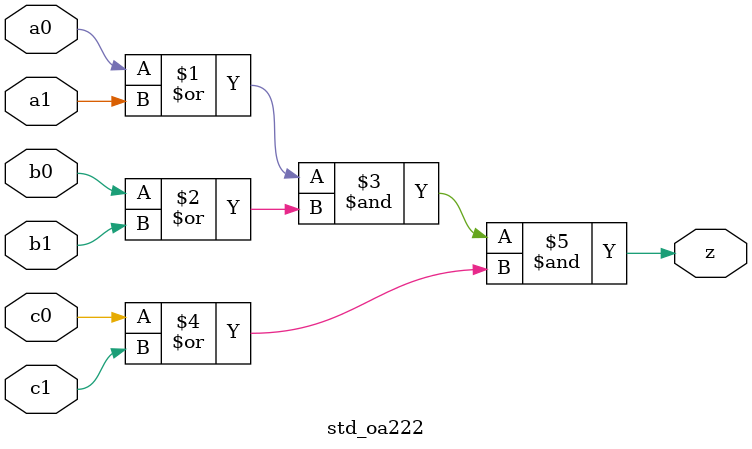
<source format=sv>

module std_oa222 #(parameter DW = 1 ) // array width
(
	input [DW-1:0]  a0,
	input [DW-1:0]  a1,
	input [DW-1:0]  b0,
	input [DW-1:0]  b1,
	input [DW-1:0]  c0,
	input [DW-1:0]  c1,
	output [DW-1:0] z
);

assign z = (a0 | a1) & (b0 | b1) & (c0 | c1);

endmodule

</source>
